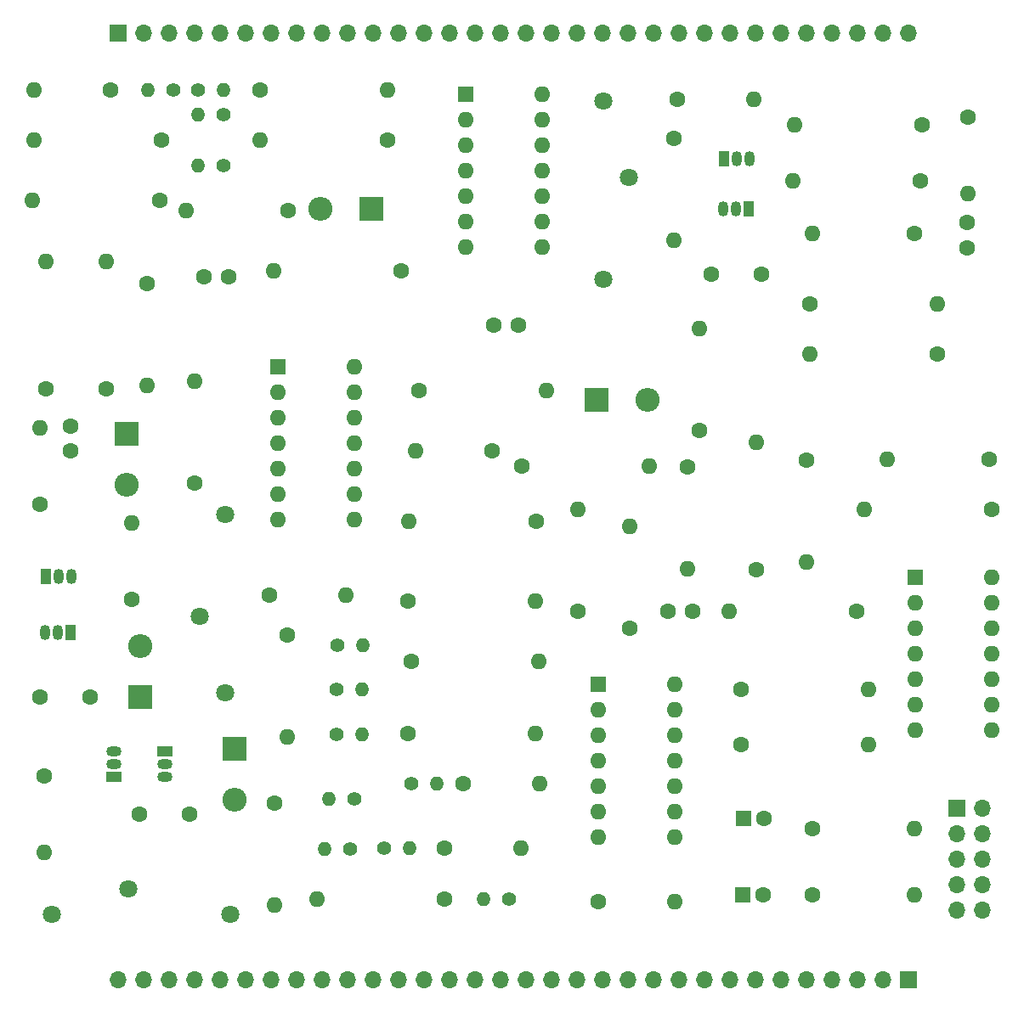
<source format=gbr>
%TF.GenerationSoftware,KiCad,Pcbnew,7.0.9*%
%TF.CreationDate,2024-06-03T12:34:29+01:00*%
%TF.ProjectId,3X VCO,33582056-434f-42e6-9b69-6361645f7063,rev?*%
%TF.SameCoordinates,Original*%
%TF.FileFunction,Soldermask,Top*%
%TF.FilePolarity,Negative*%
%FSLAX46Y46*%
G04 Gerber Fmt 4.6, Leading zero omitted, Abs format (unit mm)*
G04 Created by KiCad (PCBNEW 7.0.9) date 2024-06-03 12:34:29*
%MOMM*%
%LPD*%
G01*
G04 APERTURE LIST*
%ADD10C,1.600000*%
%ADD11O,1.600000X1.600000*%
%ADD12C,1.400000*%
%ADD13O,1.400000X1.400000*%
%ADD14C,1.800000*%
%ADD15R,1.700000X1.700000*%
%ADD16O,1.700000X1.700000*%
%ADD17R,1.500000X1.050000*%
%ADD18O,1.500000X1.050000*%
%ADD19R,2.400000X2.400000*%
%ADD20O,2.400000X2.400000*%
%ADD21R,1.600000X1.600000*%
%ADD22R,1.050000X1.500000*%
%ADD23O,1.050000X1.500000*%
G04 APERTURE END LIST*
D10*
%TO.C,R22*%
X265620000Y-94500000D03*
D11*
X252920000Y-94500000D03*
%TD*%
D10*
%TO.C,R11*%
X299500000Y-136300000D03*
D11*
X312200000Y-136300000D03*
%TD*%
D12*
%TO.C,TH2*%
X247920000Y-79000000D03*
D13*
X245380000Y-79000000D03*
%TD*%
D14*
%TO.C,R36*%
X248165000Y-118860000D03*
X245625000Y-129020000D03*
X248165000Y-136640000D03*
%TD*%
D10*
%TO.C,C4*%
X274850000Y-100000000D03*
X277350000Y-100000000D03*
%TD*%
%TO.C,R44*%
X288400000Y-130180000D03*
D11*
X288400000Y-120020000D03*
%TD*%
D10*
%TO.C,R25*%
X230300000Y-106330000D03*
D11*
X230300000Y-93630000D03*
%TD*%
D10*
%TO.C,C1*%
X301580000Y-94900000D03*
X296580000Y-94900000D03*
%TD*%
%TO.C,R42*%
X283300000Y-128480000D03*
D11*
X283300000Y-118320000D03*
%TD*%
D15*
%TO.C,J1*%
X237485000Y-70800000D03*
D16*
X240025000Y-70800000D03*
X242565000Y-70800000D03*
X245105000Y-70800000D03*
X247645000Y-70800000D03*
X250185000Y-70800000D03*
X252725000Y-70800000D03*
X255265000Y-70800000D03*
X257805000Y-70800000D03*
X260345000Y-70800000D03*
X262885000Y-70800000D03*
X265425000Y-70800000D03*
X267965000Y-70800000D03*
X270505000Y-70800000D03*
X273045000Y-70800000D03*
X275585000Y-70800000D03*
X278125000Y-70800000D03*
X280665000Y-70800000D03*
X283205000Y-70800000D03*
X285745000Y-70800000D03*
X288285000Y-70800000D03*
X290825000Y-70800000D03*
X293365000Y-70800000D03*
X295905000Y-70800000D03*
X298445000Y-70800000D03*
X300985000Y-70800000D03*
X303525000Y-70800000D03*
X306065000Y-70800000D03*
X308605000Y-70800000D03*
X311145000Y-70800000D03*
X313685000Y-70800000D03*
X316225000Y-70800000D03*
%TD*%
D10*
%TO.C,R30*%
X317400000Y-85550000D03*
D11*
X304700000Y-85550000D03*
%TD*%
D15*
%TO.C,J2*%
X321060000Y-148100000D03*
D16*
X323600000Y-148100000D03*
X321060000Y-150640000D03*
X323600000Y-150640000D03*
X321060000Y-153180000D03*
X323600000Y-153180000D03*
X321060000Y-155720000D03*
X323600000Y-155720000D03*
X321060000Y-158260000D03*
X323600000Y-158260000D03*
%TD*%
D10*
%TO.C,R48*%
X324230000Y-113300000D03*
D11*
X314070000Y-113300000D03*
%TD*%
D10*
%TO.C,C6*%
X322000000Y-89750000D03*
X322000000Y-92250000D03*
%TD*%
D12*
%TO.C,TH3*%
X276420000Y-157200000D03*
D13*
X273880000Y-157200000D03*
%TD*%
D10*
%TO.C,R2*%
X292800000Y-81320000D03*
D11*
X292800000Y-91480000D03*
%TD*%
D10*
%TO.C,C3*%
X245970000Y-95100000D03*
X248470000Y-95100000D03*
%TD*%
%TO.C,R40*%
X271840000Y-145700000D03*
D11*
X279460000Y-145700000D03*
%TD*%
D10*
%TO.C,R46*%
X324500000Y-118300000D03*
D11*
X311800000Y-118300000D03*
%TD*%
D10*
%TO.C,R51*%
X306640000Y-156760000D03*
D11*
X316800000Y-156760000D03*
%TD*%
D10*
%TO.C,R4*%
X241770000Y-81500000D03*
D11*
X229070000Y-81500000D03*
%TD*%
D10*
%TO.C,R50*%
X240300000Y-95820000D03*
D11*
X240300000Y-105980000D03*
%TD*%
D10*
%TO.C,R35*%
X254300000Y-130820000D03*
D11*
X254300000Y-140980000D03*
%TD*%
D10*
%TO.C,R31*%
X322100000Y-79200000D03*
D11*
X322100000Y-86820000D03*
%TD*%
D10*
%TO.C,R18*%
X254350000Y-88500000D03*
D11*
X244190000Y-88500000D03*
%TD*%
D17*
%TO.C,Q4*%
X242075000Y-142450000D03*
D18*
X242075000Y-143720000D03*
X242075000Y-144990000D03*
%TD*%
D10*
%TO.C,C5*%
X232700000Y-110000000D03*
X232700000Y-112500000D03*
%TD*%
%TO.C,R21*%
X319050000Y-102800000D03*
D11*
X306350000Y-102800000D03*
%TD*%
D10*
%TO.C,R12*%
X230075000Y-144915000D03*
D11*
X230075000Y-152535000D03*
%TD*%
D19*
%TO.C,D1*%
X262730000Y-88380000D03*
D20*
X257650000Y-88380000D03*
%TD*%
D17*
%TO.C,Q3*%
X237075000Y-144995000D03*
D18*
X237075000Y-143725000D03*
X237075000Y-142455000D03*
%TD*%
D12*
%TO.C,TH6*%
X260540000Y-152200000D03*
D13*
X258000000Y-152200000D03*
%TD*%
D21*
%TO.C,C10*%
X299770000Y-149160000D03*
D10*
X301770000Y-149160000D03*
%TD*%
D21*
%TO.C,U3*%
X285300000Y-135800000D03*
D11*
X285300000Y-138340000D03*
X285300000Y-140880000D03*
X285300000Y-143420000D03*
X285300000Y-145960000D03*
X285300000Y-148500000D03*
X285300000Y-151040000D03*
X292920000Y-151040000D03*
X292920000Y-148500000D03*
X292920000Y-145960000D03*
X292920000Y-143420000D03*
X292920000Y-140880000D03*
X292920000Y-138340000D03*
X292920000Y-135800000D03*
%TD*%
D21*
%TO.C,U4*%
X316880000Y-125100000D03*
D11*
X316880000Y-127640000D03*
X316880000Y-130180000D03*
X316880000Y-132720000D03*
X316880000Y-135260000D03*
X316880000Y-137800000D03*
X316880000Y-140340000D03*
X324500000Y-140340000D03*
X324500000Y-137800000D03*
X324500000Y-135260000D03*
X324500000Y-132720000D03*
X324500000Y-130180000D03*
X324500000Y-127640000D03*
X324500000Y-125100000D03*
%TD*%
D12*
%TO.C,TH11*%
X259230000Y-140800000D03*
D13*
X261770000Y-140800000D03*
%TD*%
D19*
%TO.C,D2*%
X249075000Y-142210000D03*
D20*
X249075000Y-147290000D03*
%TD*%
D15*
%TO.C,J3*%
X316235000Y-165200000D03*
D16*
X313695000Y-165200000D03*
X311155000Y-165200000D03*
X308615000Y-165200000D03*
X306075000Y-165200000D03*
X303535000Y-165200000D03*
X300995000Y-165200000D03*
X298455000Y-165200000D03*
X295915000Y-165200000D03*
X293375000Y-165200000D03*
X290835000Y-165200000D03*
X288295000Y-165200000D03*
X285755000Y-165200000D03*
X283215000Y-165200000D03*
X280675000Y-165200000D03*
X278135000Y-165200000D03*
X275595000Y-165200000D03*
X273055000Y-165200000D03*
X270515000Y-165200000D03*
X267975000Y-165200000D03*
X265435000Y-165200000D03*
X262895000Y-165200000D03*
X260355000Y-165200000D03*
X257815000Y-165200000D03*
X255275000Y-165200000D03*
X252735000Y-165200000D03*
X250195000Y-165200000D03*
X247655000Y-165200000D03*
X245115000Y-165200000D03*
X242575000Y-165200000D03*
X240035000Y-165200000D03*
X237495000Y-165200000D03*
%TD*%
D12*
%TO.C,TH5*%
X242920000Y-76500000D03*
D13*
X240380000Y-76500000D03*
%TD*%
D10*
%TO.C,R15*%
X245100000Y-115740000D03*
D11*
X245100000Y-105580000D03*
%TD*%
D10*
%TO.C,R13*%
X299550000Y-141760000D03*
D11*
X312250000Y-141760000D03*
%TD*%
D10*
%TO.C,R20*%
X306350000Y-97800000D03*
D11*
X319050000Y-97800000D03*
%TD*%
D10*
%TO.C,R45*%
X306050000Y-113420000D03*
D11*
X306050000Y-123580000D03*
%TD*%
D21*
%TO.C,C9*%
X299720000Y-156760000D03*
D10*
X301720000Y-156760000D03*
%TD*%
%TO.C,R32*%
X317550000Y-80000000D03*
D11*
X304850000Y-80000000D03*
%TD*%
D19*
%TO.C,D4*%
X285120000Y-107400000D03*
D20*
X290200000Y-107400000D03*
%TD*%
D14*
%TO.C,R3*%
X285800000Y-95400000D03*
X288340000Y-85240000D03*
X285800000Y-77620000D03*
%TD*%
D22*
%TO.C,Q5*%
X230230000Y-125060000D03*
D23*
X231500000Y-125060000D03*
X232770000Y-125060000D03*
%TD*%
D10*
%TO.C,C7*%
X234655000Y-137065000D03*
X229655000Y-137065000D03*
%TD*%
D19*
%TO.C,D3*%
X238300000Y-110760000D03*
D20*
X238300000Y-115840000D03*
%TD*%
D10*
%TO.C,R1*%
X264270000Y-81500000D03*
D11*
X251570000Y-81500000D03*
%TD*%
D10*
%TO.C,R38*%
X238800000Y-127310000D03*
D11*
X238800000Y-119690000D03*
%TD*%
D10*
%TO.C,C8*%
X294700000Y-128500000D03*
X292200000Y-128500000D03*
%TD*%
%TO.C,R39*%
X266300000Y-140700000D03*
D11*
X279000000Y-140700000D03*
%TD*%
D12*
%TO.C,TH1*%
X247960000Y-84000000D03*
D13*
X245420000Y-84000000D03*
%TD*%
D21*
%TO.C,U1*%
X253400000Y-104100000D03*
D11*
X253400000Y-106640000D03*
X253400000Y-109180000D03*
X253400000Y-111720000D03*
X253400000Y-114260000D03*
X253400000Y-116800000D03*
X253400000Y-119340000D03*
X261020000Y-119340000D03*
X261020000Y-116800000D03*
X261020000Y-114260000D03*
X261020000Y-111720000D03*
X261020000Y-109180000D03*
X261020000Y-106640000D03*
X261020000Y-104100000D03*
%TD*%
D12*
%TO.C,TH4*%
X245420000Y-76500000D03*
D13*
X247960000Y-76500000D03*
%TD*%
D21*
%TO.C,U2*%
X272100000Y-76960000D03*
D11*
X272100000Y-79500000D03*
X272100000Y-82040000D03*
X272100000Y-84580000D03*
X272100000Y-87120000D03*
X272100000Y-89660000D03*
X272100000Y-92200000D03*
X279720000Y-92200000D03*
X279720000Y-89660000D03*
X279720000Y-87120000D03*
X279720000Y-84580000D03*
X279720000Y-82040000D03*
X279720000Y-79500000D03*
X279720000Y-76960000D03*
%TD*%
D10*
%TO.C,R33*%
X285300000Y-157440000D03*
D11*
X292920000Y-157440000D03*
%TD*%
D12*
%TO.C,TH9*%
X259300000Y-131900000D03*
D13*
X261840000Y-131900000D03*
%TD*%
D10*
%TO.C,R47*%
X301050000Y-124380000D03*
D11*
X301050000Y-111680000D03*
%TD*%
D10*
%TO.C,R43*%
X311050000Y-128500000D03*
D11*
X298350000Y-128500000D03*
%TD*%
D10*
%TO.C,R16*%
X241620000Y-87500000D03*
D11*
X228920000Y-87500000D03*
%TD*%
D19*
%TO.C,D5*%
X239700000Y-137000000D03*
D20*
X239700000Y-131920000D03*
%TD*%
D10*
%TO.C,R6*%
X293180000Y-77400000D03*
D11*
X300800000Y-77400000D03*
%TD*%
D10*
%TO.C,R49*%
X294150000Y-114080000D03*
D11*
X294150000Y-124240000D03*
%TD*%
D10*
%TO.C,R7*%
X251570000Y-76500000D03*
D11*
X264270000Y-76500000D03*
%TD*%
D10*
%TO.C,R19*%
X295360000Y-110480000D03*
D11*
X295360000Y-100320000D03*
%TD*%
D22*
%TO.C,Q6*%
X232695000Y-130565000D03*
D23*
X231425000Y-130565000D03*
X230155000Y-130565000D03*
%TD*%
D10*
%TO.C,R14*%
X269990000Y-152100000D03*
D11*
X277610000Y-152100000D03*
%TD*%
D10*
%TO.C,R5*%
X270000000Y-157200000D03*
D11*
X257300000Y-157200000D03*
%TD*%
D10*
%TO.C,C2*%
X244575000Y-148725000D03*
X239575000Y-148725000D03*
%TD*%
D12*
%TO.C,TH12*%
X266650000Y-145700000D03*
D13*
X269190000Y-145700000D03*
%TD*%
D10*
%TO.C,R26*%
X229700000Y-117810000D03*
D11*
X229700000Y-110190000D03*
%TD*%
D10*
%TO.C,R29*%
X274700000Y-112500000D03*
D11*
X267080000Y-112500000D03*
%TD*%
D10*
%TO.C,R9*%
X253075000Y-147645000D03*
D11*
X253075000Y-157805000D03*
%TD*%
D10*
%TO.C,R41*%
X279150000Y-119500000D03*
D11*
X266450000Y-119500000D03*
%TD*%
D10*
%TO.C,R28*%
X277650000Y-114000000D03*
D11*
X290350000Y-114000000D03*
%TD*%
D22*
%TO.C,Q1*%
X297800000Y-83400000D03*
D23*
X299070000Y-83400000D03*
X300340000Y-83400000D03*
%TD*%
D10*
%TO.C,R34*%
X266350000Y-127500000D03*
D11*
X279050000Y-127500000D03*
%TD*%
D10*
%TO.C,R27*%
X267450000Y-106500000D03*
D11*
X280150000Y-106500000D03*
%TD*%
D10*
%TO.C,R24*%
X252490000Y-126900000D03*
D11*
X260110000Y-126900000D03*
%TD*%
D10*
%TO.C,R37*%
X266660000Y-133500000D03*
D11*
X279360000Y-133500000D03*
%TD*%
D14*
%TO.C,R10*%
X248600000Y-158675000D03*
X238440000Y-156135000D03*
X230820000Y-158675000D03*
%TD*%
D12*
%TO.C,TH7*%
X261000000Y-147200000D03*
D13*
X258460000Y-147200000D03*
%TD*%
D22*
%TO.C,Q2*%
X300250000Y-88400000D03*
D23*
X298980000Y-88400000D03*
X297710000Y-88400000D03*
%TD*%
D12*
%TO.C,TH10*%
X259200000Y-136300000D03*
D13*
X261740000Y-136300000D03*
%TD*%
D10*
%TO.C,R17*%
X236300000Y-106330000D03*
D11*
X236300000Y-93630000D03*
%TD*%
D10*
%TO.C,R52*%
X306640000Y-150200000D03*
D11*
X316800000Y-150200000D03*
%TD*%
D10*
%TO.C,R23*%
X316780000Y-90800000D03*
D11*
X306620000Y-90800000D03*
%TD*%
D12*
%TO.C,TH8*%
X263980000Y-152100000D03*
D13*
X266520000Y-152100000D03*
%TD*%
D10*
%TO.C,R8*%
X236730000Y-76500000D03*
D11*
X229110000Y-76500000D03*
%TD*%
M02*

</source>
